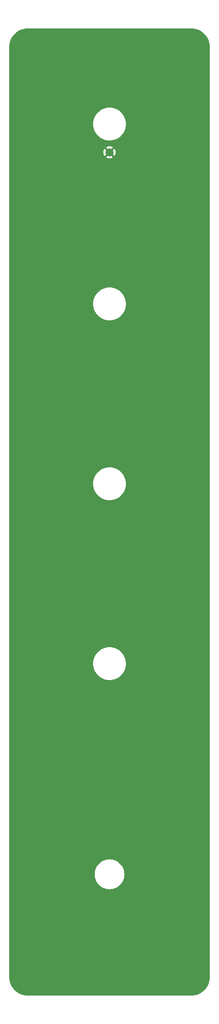
<source format=gtl>
G04 #@! TF.GenerationSoftware,KiCad,Pcbnew,6.0.5+dfsg-1~bpo11+1*
G04 #@! TF.CreationDate,2022-08-10T11:57:28+00:00*
G04 #@! TF.ProjectId,s_and_h_pcb_panel,735f616e-645f-4685-9f70-63625f70616e,0*
G04 #@! TF.SameCoordinates,Original*
G04 #@! TF.FileFunction,Copper,L1,Top*
G04 #@! TF.FilePolarity,Positive*
%FSLAX46Y46*%
G04 Gerber Fmt 4.6, Leading zero omitted, Abs format (unit mm)*
G04 Created by KiCad (PCBNEW 6.0.5+dfsg-1~bpo11+1) date 2022-08-10 11:57:28*
%MOMM*%
%LPD*%
G01*
G04 APERTURE LIST*
G04 #@! TA.AperFunction,ComponentPad*
%ADD10C,2.000000*%
G04 #@! TD*
G04 APERTURE END LIST*
D10*
X60325000Y-51435000D03*
G04 #@! TA.AperFunction,Conductor*
G36*
X80615018Y-20830000D02*
G01*
X80629851Y-20832310D01*
X80629855Y-20832310D01*
X80638724Y-20833691D01*
X80659183Y-20831016D01*
X80681008Y-20830072D01*
X81037937Y-20845656D01*
X81048886Y-20846614D01*
X81433379Y-20897233D01*
X81444205Y-20899142D01*
X81822822Y-20983080D01*
X81833439Y-20985925D01*
X82003702Y-21039608D01*
X82203302Y-21102542D01*
X82213615Y-21106295D01*
X82571932Y-21254715D01*
X82581876Y-21259353D01*
X82925867Y-21438423D01*
X82935387Y-21443919D01*
X83262468Y-21652292D01*
X83271472Y-21658597D01*
X83579138Y-21894678D01*
X83587558Y-21901743D01*
X83873483Y-22163744D01*
X83881256Y-22171517D01*
X84143257Y-22457442D01*
X84150322Y-22465862D01*
X84386403Y-22773528D01*
X84392708Y-22782532D01*
X84601081Y-23109613D01*
X84606577Y-23119133D01*
X84785643Y-23463115D01*
X84790289Y-23473077D01*
X84938702Y-23831377D01*
X84942461Y-23841706D01*
X85059075Y-24211561D01*
X85061920Y-24222178D01*
X85145858Y-24600795D01*
X85147767Y-24611621D01*
X85198386Y-24996114D01*
X85199344Y-25007064D01*
X85214603Y-25356552D01*
X85213223Y-25381429D01*
X85211309Y-25393724D01*
X85212473Y-25402626D01*
X85212473Y-25402628D01*
X85215436Y-25425283D01*
X85216500Y-25441621D01*
X85216500Y-255220633D01*
X85215000Y-255240018D01*
X85212690Y-255254851D01*
X85212690Y-255254855D01*
X85211309Y-255263724D01*
X85213984Y-255284183D01*
X85214928Y-255306012D01*
X85199344Y-255662936D01*
X85198386Y-255673886D01*
X85147767Y-256058379D01*
X85145858Y-256069205D01*
X85061920Y-256447822D01*
X85059075Y-256458439D01*
X84942461Y-256828294D01*
X84938702Y-256838623D01*
X84790289Y-257196923D01*
X84785643Y-257206885D01*
X84606577Y-257550867D01*
X84601081Y-257560387D01*
X84392708Y-257887468D01*
X84386403Y-257896472D01*
X84150322Y-258204138D01*
X84143257Y-258212558D01*
X83881256Y-258498483D01*
X83873483Y-258506256D01*
X83587558Y-258768257D01*
X83579138Y-258775322D01*
X83271472Y-259011403D01*
X83262468Y-259017708D01*
X82935387Y-259226081D01*
X82925868Y-259231576D01*
X82581876Y-259410647D01*
X82571932Y-259415285D01*
X82213615Y-259563705D01*
X82203302Y-259567458D01*
X82003702Y-259630392D01*
X81833439Y-259684075D01*
X81822822Y-259686920D01*
X81444205Y-259770858D01*
X81433379Y-259772767D01*
X81048886Y-259823386D01*
X81037937Y-259824344D01*
X80688446Y-259839603D01*
X80663571Y-259838223D01*
X80651276Y-259836309D01*
X80642374Y-259837473D01*
X80642372Y-259837473D01*
X80627323Y-259839441D01*
X80619714Y-259840436D01*
X80603379Y-259841500D01*
X40054367Y-259841500D01*
X40034982Y-259840000D01*
X40020149Y-259837690D01*
X40020145Y-259837690D01*
X40011276Y-259836309D01*
X39990817Y-259838984D01*
X39968992Y-259839928D01*
X39612063Y-259824344D01*
X39601114Y-259823386D01*
X39216621Y-259772767D01*
X39205795Y-259770858D01*
X38827178Y-259686920D01*
X38816561Y-259684075D01*
X38646298Y-259630392D01*
X38446698Y-259567458D01*
X38436385Y-259563705D01*
X38078068Y-259415285D01*
X38068124Y-259410647D01*
X37724132Y-259231576D01*
X37714613Y-259226081D01*
X37387532Y-259017708D01*
X37378528Y-259011403D01*
X37070862Y-258775322D01*
X37062442Y-258768257D01*
X36776517Y-258506256D01*
X36768744Y-258498483D01*
X36506743Y-258212558D01*
X36499678Y-258204138D01*
X36263597Y-257896472D01*
X36257292Y-257887468D01*
X36048919Y-257560387D01*
X36043423Y-257550867D01*
X35864357Y-257206885D01*
X35859711Y-257196923D01*
X35711298Y-256838623D01*
X35707539Y-256828294D01*
X35590925Y-256458439D01*
X35588080Y-256447822D01*
X35504142Y-256069205D01*
X35502233Y-256058379D01*
X35451614Y-255673886D01*
X35450656Y-255662936D01*
X35435561Y-255317208D01*
X35437188Y-255290805D01*
X35437769Y-255287352D01*
X35437770Y-255287345D01*
X35438576Y-255282552D01*
X35438729Y-255270000D01*
X35434773Y-255242376D01*
X35433500Y-255224514D01*
X35433500Y-229870000D01*
X56636445Y-229870000D01*
X56656651Y-230255559D01*
X56717049Y-230636894D01*
X56816976Y-231009826D01*
X56955337Y-231370270D01*
X57130618Y-231714277D01*
X57340896Y-232038078D01*
X57583869Y-232338125D01*
X57856875Y-232611131D01*
X58156922Y-232854104D01*
X58480722Y-233064382D01*
X58483656Y-233065877D01*
X58483663Y-233065881D01*
X58821790Y-233238165D01*
X58824730Y-233239663D01*
X59185174Y-233378024D01*
X59558106Y-233477951D01*
X59760643Y-233510030D01*
X59936193Y-233537835D01*
X59936201Y-233537836D01*
X59939441Y-233538349D01*
X60325000Y-233558555D01*
X60710559Y-233538349D01*
X60713799Y-233537836D01*
X60713807Y-233537835D01*
X60889357Y-233510030D01*
X61091894Y-233477951D01*
X61464826Y-233378024D01*
X61825270Y-233239663D01*
X61828210Y-233238165D01*
X62166337Y-233065881D01*
X62166344Y-233065877D01*
X62169278Y-233064382D01*
X62493078Y-232854104D01*
X62793125Y-232611131D01*
X63066131Y-232338125D01*
X63309104Y-232038078D01*
X63519382Y-231714277D01*
X63694663Y-231370270D01*
X63833024Y-231009826D01*
X63932951Y-230636894D01*
X63993349Y-230255559D01*
X64013555Y-229870000D01*
X63993349Y-229484441D01*
X63932951Y-229103106D01*
X63833024Y-228730174D01*
X63694663Y-228369730D01*
X63677858Y-228336748D01*
X63520881Y-228028664D01*
X63520877Y-228028657D01*
X63519382Y-228025723D01*
X63309104Y-227701922D01*
X63066131Y-227401875D01*
X62793125Y-227128869D01*
X62493078Y-226885896D01*
X62169278Y-226675618D01*
X62166344Y-226674123D01*
X62166337Y-226674119D01*
X61828210Y-226501835D01*
X61825270Y-226500337D01*
X61464826Y-226361976D01*
X61091894Y-226262049D01*
X60889357Y-226229970D01*
X60713807Y-226202165D01*
X60713799Y-226202164D01*
X60710559Y-226201651D01*
X60325000Y-226181445D01*
X59939441Y-226201651D01*
X59936201Y-226202164D01*
X59936193Y-226202165D01*
X59760643Y-226229970D01*
X59558106Y-226262049D01*
X59185174Y-226361976D01*
X58824730Y-226500337D01*
X58821790Y-226501835D01*
X58483664Y-226674119D01*
X58483657Y-226674123D01*
X58480723Y-226675618D01*
X58156922Y-226885896D01*
X57856875Y-227128869D01*
X57583869Y-227401875D01*
X57340896Y-227701922D01*
X57130618Y-228025723D01*
X57129123Y-228028657D01*
X57129119Y-228028664D01*
X56972142Y-228336748D01*
X56955337Y-228369730D01*
X56816976Y-228730174D01*
X56717049Y-229103106D01*
X56656651Y-229484441D01*
X56637908Y-229842077D01*
X56636445Y-229870000D01*
X35433500Y-229870000D01*
X35433500Y-177743266D01*
X56262001Y-177743266D01*
X56262109Y-177746356D01*
X56262499Y-177757534D01*
X56274347Y-178096798D01*
X56275856Y-178140016D01*
X56328361Y-178533521D01*
X56419014Y-178920023D01*
X56546951Y-179295835D01*
X56710950Y-179657369D01*
X56909446Y-180001174D01*
X56911235Y-180003672D01*
X56911237Y-180003676D01*
X57011353Y-180143516D01*
X57140544Y-180323969D01*
X57402038Y-180622671D01*
X57404286Y-180624782D01*
X57689178Y-180892314D01*
X57689185Y-180892320D01*
X57691433Y-180894431D01*
X57693883Y-180896318D01*
X57693888Y-180896322D01*
X58003522Y-181134773D01*
X58005965Y-181136654D01*
X58008564Y-181138278D01*
X58008574Y-181138285D01*
X58189998Y-181251650D01*
X58342634Y-181347027D01*
X58698224Y-181523544D01*
X59069342Y-181664518D01*
X59452446Y-181768605D01*
X59455489Y-181769120D01*
X59455495Y-181769121D01*
X59840837Y-181834297D01*
X59840844Y-181834298D01*
X59843878Y-181834811D01*
X59846949Y-181835026D01*
X59846951Y-181835026D01*
X60236837Y-181862290D01*
X60236845Y-181862290D01*
X60239903Y-181862504D01*
X60496170Y-181855346D01*
X60633666Y-181851505D01*
X60633669Y-181851505D01*
X60636740Y-181851419D01*
X60639793Y-181851033D01*
X60639797Y-181851033D01*
X60828315Y-181827218D01*
X61030601Y-181801663D01*
X61033605Y-181800981D01*
X61033608Y-181800980D01*
X61414731Y-181714391D01*
X61414737Y-181714389D01*
X61417727Y-181713710D01*
X61565604Y-181664518D01*
X61791499Y-181589373D01*
X61791505Y-181589371D01*
X61794423Y-181588400D01*
X61937633Y-181524639D01*
X62154294Y-181428176D01*
X62154300Y-181428173D01*
X62157094Y-181426929D01*
X62297747Y-181347027D01*
X62499603Y-181232357D01*
X62499611Y-181232352D01*
X62502276Y-181230838D01*
X62826676Y-181001999D01*
X63127197Y-180742596D01*
X63129318Y-180740369D01*
X63129324Y-180740363D01*
X63398853Y-180457329D01*
X63400970Y-180455106D01*
X63434237Y-180412527D01*
X63643472Y-180144717D01*
X63643474Y-180144714D01*
X63645382Y-180142272D01*
X63647038Y-180139662D01*
X63647044Y-180139654D01*
X63856447Y-179809688D01*
X63856451Y-179809681D01*
X63858101Y-179807081D01*
X63884390Y-179755039D01*
X63943043Y-179638925D01*
X64037096Y-179452732D01*
X64038203Y-179449878D01*
X64038207Y-179449869D01*
X64179543Y-179085483D01*
X64179546Y-179085474D01*
X64180658Y-179082607D01*
X64287417Y-178700239D01*
X64356354Y-178309278D01*
X64386811Y-177913457D01*
X64388395Y-177800000D01*
X64385772Y-177746356D01*
X64369152Y-177406552D01*
X64369002Y-177403482D01*
X64360220Y-177344012D01*
X64311458Y-177013795D01*
X64311457Y-177013791D01*
X64311008Y-177010749D01*
X64214967Y-176625550D01*
X64196728Y-176574327D01*
X64082828Y-176254460D01*
X64081796Y-176251561D01*
X63912765Y-175892352D01*
X63883015Y-175842445D01*
X63711068Y-175554003D01*
X63709488Y-175551352D01*
X63473906Y-175231815D01*
X63208266Y-174936793D01*
X62915105Y-174669100D01*
X62597222Y-174431293D01*
X62548370Y-174401707D01*
X62260277Y-174227231D01*
X62260268Y-174227226D01*
X62257649Y-174225640D01*
X61899629Y-174054106D01*
X61840229Y-174032486D01*
X61529475Y-173919381D01*
X61529474Y-173919381D01*
X61526579Y-173918327D01*
X61319688Y-173865206D01*
X61145043Y-173820365D01*
X61145040Y-173820364D01*
X61142059Y-173819599D01*
X60749740Y-173758865D01*
X60746683Y-173758694D01*
X60746682Y-173758694D01*
X60717924Y-173757086D01*
X60353368Y-173736704D01*
X60350290Y-173736833D01*
X60350286Y-173736833D01*
X60091983Y-173747659D01*
X59956724Y-173753328D01*
X59953680Y-173753756D01*
X59953678Y-173753756D01*
X59913989Y-173759334D01*
X59563596Y-173808579D01*
X59177735Y-173901928D01*
X58802825Y-174032486D01*
X58756035Y-174054106D01*
X58445242Y-174197712D01*
X58445232Y-174197717D01*
X58442445Y-174199005D01*
X58100034Y-174399896D01*
X58059018Y-174429696D01*
X57781342Y-174631439D01*
X57781336Y-174631444D01*
X57778861Y-174633242D01*
X57776575Y-174635271D01*
X57776572Y-174635274D01*
X57736134Y-174671177D01*
X57481991Y-174896815D01*
X57479901Y-174899072D01*
X57479899Y-174899074D01*
X57214354Y-175185837D01*
X57214349Y-175185843D01*
X57212259Y-175188100D01*
X57210399Y-175190550D01*
X57210396Y-175190554D01*
X57177202Y-175234286D01*
X56972238Y-175504316D01*
X56970627Y-175506934D01*
X56970624Y-175506939D01*
X56765834Y-175839821D01*
X56764220Y-175842445D01*
X56590190Y-176199258D01*
X56589119Y-176202139D01*
X56589116Y-176202145D01*
X56503146Y-176433313D01*
X56451810Y-176571352D01*
X56350400Y-176955173D01*
X56286928Y-177347058D01*
X56286734Y-177350138D01*
X56286734Y-177350140D01*
X56279762Y-177460967D01*
X56262001Y-177743266D01*
X35433500Y-177743266D01*
X35433500Y-133293266D01*
X56262001Y-133293266D01*
X56262109Y-133296356D01*
X56262499Y-133307534D01*
X56274347Y-133646798D01*
X56275856Y-133690016D01*
X56328361Y-134083521D01*
X56419014Y-134470023D01*
X56546951Y-134845835D01*
X56710950Y-135207369D01*
X56909446Y-135551174D01*
X56911235Y-135553672D01*
X56911237Y-135553676D01*
X57011353Y-135693516D01*
X57140544Y-135873969D01*
X57402038Y-136172671D01*
X57404286Y-136174782D01*
X57689178Y-136442314D01*
X57689185Y-136442320D01*
X57691433Y-136444431D01*
X57693883Y-136446318D01*
X57693888Y-136446322D01*
X58003522Y-136684773D01*
X58005965Y-136686654D01*
X58008564Y-136688278D01*
X58008574Y-136688285D01*
X58189998Y-136801650D01*
X58342634Y-136897027D01*
X58698224Y-137073544D01*
X59069342Y-137214518D01*
X59452446Y-137318605D01*
X59455489Y-137319120D01*
X59455495Y-137319121D01*
X59840837Y-137384297D01*
X59840844Y-137384298D01*
X59843878Y-137384811D01*
X59846949Y-137385026D01*
X59846951Y-137385026D01*
X60236837Y-137412290D01*
X60236845Y-137412290D01*
X60239903Y-137412504D01*
X60496170Y-137405346D01*
X60633666Y-137401505D01*
X60633669Y-137401505D01*
X60636740Y-137401419D01*
X60639793Y-137401033D01*
X60639797Y-137401033D01*
X60828315Y-137377218D01*
X61030601Y-137351663D01*
X61033605Y-137350981D01*
X61033608Y-137350980D01*
X61414731Y-137264391D01*
X61414737Y-137264389D01*
X61417727Y-137263710D01*
X61565604Y-137214518D01*
X61791499Y-137139373D01*
X61791505Y-137139371D01*
X61794423Y-137138400D01*
X61937633Y-137074639D01*
X62154294Y-136978176D01*
X62154300Y-136978173D01*
X62157094Y-136976929D01*
X62297747Y-136897027D01*
X62499603Y-136782357D01*
X62499611Y-136782352D01*
X62502276Y-136780838D01*
X62826676Y-136551999D01*
X63127197Y-136292596D01*
X63129318Y-136290369D01*
X63129324Y-136290363D01*
X63398853Y-136007329D01*
X63400970Y-136005106D01*
X63434237Y-135962527D01*
X63643472Y-135694717D01*
X63643474Y-135694714D01*
X63645382Y-135692272D01*
X63647038Y-135689662D01*
X63647044Y-135689654D01*
X63856447Y-135359688D01*
X63856451Y-135359681D01*
X63858101Y-135357081D01*
X63884390Y-135305039D01*
X63943043Y-135188925D01*
X64037096Y-135002732D01*
X64038203Y-134999878D01*
X64038207Y-134999869D01*
X64179543Y-134635483D01*
X64179546Y-134635474D01*
X64180658Y-134632607D01*
X64287417Y-134250239D01*
X64356354Y-133859278D01*
X64386811Y-133463457D01*
X64388395Y-133350000D01*
X64385772Y-133296356D01*
X64369152Y-132956552D01*
X64369002Y-132953482D01*
X64360220Y-132894012D01*
X64311458Y-132563795D01*
X64311457Y-132563791D01*
X64311008Y-132560749D01*
X64214967Y-132175550D01*
X64196728Y-132124327D01*
X64082828Y-131804460D01*
X64081796Y-131801561D01*
X63912765Y-131442352D01*
X63883015Y-131392445D01*
X63711068Y-131104003D01*
X63709488Y-131101352D01*
X63473906Y-130781815D01*
X63208266Y-130486793D01*
X62915105Y-130219100D01*
X62597222Y-129981293D01*
X62548370Y-129951707D01*
X62260277Y-129777231D01*
X62260268Y-129777226D01*
X62257649Y-129775640D01*
X61899629Y-129604106D01*
X61840229Y-129582486D01*
X61529475Y-129469381D01*
X61529474Y-129469381D01*
X61526579Y-129468327D01*
X61319688Y-129415206D01*
X61145043Y-129370365D01*
X61145040Y-129370364D01*
X61142059Y-129369599D01*
X60749740Y-129308865D01*
X60746683Y-129308694D01*
X60746682Y-129308694D01*
X60717924Y-129307086D01*
X60353368Y-129286704D01*
X60350290Y-129286833D01*
X60350286Y-129286833D01*
X60091983Y-129297659D01*
X59956724Y-129303328D01*
X59953680Y-129303756D01*
X59953678Y-129303756D01*
X59913989Y-129309334D01*
X59563596Y-129358579D01*
X59177735Y-129451928D01*
X58802825Y-129582486D01*
X58756035Y-129604106D01*
X58445242Y-129747712D01*
X58445232Y-129747717D01*
X58442445Y-129749005D01*
X58100034Y-129949896D01*
X58059018Y-129979696D01*
X57781342Y-130181439D01*
X57781336Y-130181444D01*
X57778861Y-130183242D01*
X57776575Y-130185271D01*
X57776572Y-130185274D01*
X57736134Y-130221177D01*
X57481991Y-130446815D01*
X57479901Y-130449072D01*
X57479899Y-130449074D01*
X57214354Y-130735837D01*
X57214349Y-130735843D01*
X57212259Y-130738100D01*
X57210399Y-130740550D01*
X57210396Y-130740554D01*
X57177202Y-130784286D01*
X56972238Y-131054316D01*
X56970627Y-131056934D01*
X56970624Y-131056939D01*
X56765834Y-131389821D01*
X56764220Y-131392445D01*
X56590190Y-131749258D01*
X56589119Y-131752139D01*
X56589116Y-131752145D01*
X56503146Y-131983313D01*
X56451810Y-132121352D01*
X56350400Y-132505173D01*
X56286928Y-132897058D01*
X56286734Y-132900138D01*
X56286734Y-132900140D01*
X56279762Y-133010967D01*
X56262001Y-133293266D01*
X35433500Y-133293266D01*
X35433500Y-88843266D01*
X56262001Y-88843266D01*
X56262109Y-88846356D01*
X56262499Y-88857534D01*
X56274347Y-89196798D01*
X56275856Y-89240016D01*
X56328361Y-89633521D01*
X56419014Y-90020023D01*
X56546951Y-90395835D01*
X56710950Y-90757369D01*
X56909446Y-91101174D01*
X56911235Y-91103672D01*
X56911237Y-91103676D01*
X57011353Y-91243516D01*
X57140544Y-91423969D01*
X57402038Y-91722671D01*
X57404286Y-91724782D01*
X57689178Y-91992314D01*
X57689185Y-91992320D01*
X57691433Y-91994431D01*
X57693883Y-91996318D01*
X57693888Y-91996322D01*
X58003522Y-92234773D01*
X58005965Y-92236654D01*
X58008564Y-92238278D01*
X58008574Y-92238285D01*
X58189998Y-92351650D01*
X58342634Y-92447027D01*
X58698224Y-92623544D01*
X59069342Y-92764518D01*
X59452446Y-92868605D01*
X59455489Y-92869120D01*
X59455495Y-92869121D01*
X59840837Y-92934297D01*
X59840844Y-92934298D01*
X59843878Y-92934811D01*
X59846949Y-92935026D01*
X59846951Y-92935026D01*
X60236837Y-92962290D01*
X60236845Y-92962290D01*
X60239903Y-92962504D01*
X60496170Y-92955346D01*
X60633666Y-92951505D01*
X60633669Y-92951505D01*
X60636740Y-92951419D01*
X60639793Y-92951033D01*
X60639797Y-92951033D01*
X60828315Y-92927218D01*
X61030601Y-92901663D01*
X61033605Y-92900981D01*
X61033608Y-92900980D01*
X61414731Y-92814391D01*
X61414737Y-92814389D01*
X61417727Y-92813710D01*
X61565604Y-92764518D01*
X61791499Y-92689373D01*
X61791505Y-92689371D01*
X61794423Y-92688400D01*
X61937633Y-92624639D01*
X62154294Y-92528176D01*
X62154300Y-92528173D01*
X62157094Y-92526929D01*
X62297747Y-92447027D01*
X62499603Y-92332357D01*
X62499611Y-92332352D01*
X62502276Y-92330838D01*
X62826676Y-92101999D01*
X63127197Y-91842596D01*
X63129318Y-91840369D01*
X63129324Y-91840363D01*
X63398853Y-91557329D01*
X63400970Y-91555106D01*
X63434237Y-91512527D01*
X63643472Y-91244717D01*
X63643474Y-91244714D01*
X63645382Y-91242272D01*
X63647038Y-91239662D01*
X63647044Y-91239654D01*
X63856447Y-90909688D01*
X63856451Y-90909681D01*
X63858101Y-90907081D01*
X63884390Y-90855039D01*
X63943043Y-90738925D01*
X64037096Y-90552732D01*
X64038203Y-90549878D01*
X64038207Y-90549869D01*
X64179543Y-90185483D01*
X64179546Y-90185474D01*
X64180658Y-90182607D01*
X64287417Y-89800239D01*
X64356354Y-89409278D01*
X64386811Y-89013457D01*
X64388395Y-88900000D01*
X64385772Y-88846356D01*
X64369152Y-88506552D01*
X64369002Y-88503482D01*
X64360220Y-88444012D01*
X64311458Y-88113795D01*
X64311457Y-88113791D01*
X64311008Y-88110749D01*
X64214967Y-87725550D01*
X64196728Y-87674327D01*
X64082828Y-87354460D01*
X64081796Y-87351561D01*
X63912765Y-86992352D01*
X63883015Y-86942445D01*
X63711068Y-86654003D01*
X63709488Y-86651352D01*
X63473906Y-86331815D01*
X63208266Y-86036793D01*
X62915105Y-85769100D01*
X62597222Y-85531293D01*
X62548370Y-85501707D01*
X62260277Y-85327231D01*
X62260268Y-85327226D01*
X62257649Y-85325640D01*
X61899629Y-85154106D01*
X61840229Y-85132486D01*
X61529475Y-85019381D01*
X61529474Y-85019381D01*
X61526579Y-85018327D01*
X61319688Y-84965206D01*
X61145043Y-84920365D01*
X61145040Y-84920364D01*
X61142059Y-84919599D01*
X60749740Y-84858865D01*
X60746683Y-84858694D01*
X60746682Y-84858694D01*
X60717924Y-84857086D01*
X60353368Y-84836704D01*
X60350290Y-84836833D01*
X60350286Y-84836833D01*
X60091983Y-84847659D01*
X59956724Y-84853328D01*
X59953680Y-84853756D01*
X59953678Y-84853756D01*
X59913989Y-84859334D01*
X59563596Y-84908579D01*
X59177735Y-85001928D01*
X58802825Y-85132486D01*
X58756035Y-85154106D01*
X58445242Y-85297712D01*
X58445232Y-85297717D01*
X58442445Y-85299005D01*
X58100034Y-85499896D01*
X58059018Y-85529696D01*
X57781342Y-85731439D01*
X57781336Y-85731444D01*
X57778861Y-85733242D01*
X57776575Y-85735271D01*
X57776572Y-85735274D01*
X57736134Y-85771177D01*
X57481991Y-85996815D01*
X57479901Y-85999072D01*
X57479899Y-85999074D01*
X57214354Y-86285837D01*
X57214349Y-86285843D01*
X57212259Y-86288100D01*
X57210399Y-86290550D01*
X57210396Y-86290554D01*
X57177202Y-86334286D01*
X56972238Y-86604316D01*
X56970627Y-86606934D01*
X56970624Y-86606939D01*
X56765834Y-86939821D01*
X56764220Y-86942445D01*
X56590190Y-87299258D01*
X56589119Y-87302139D01*
X56589116Y-87302145D01*
X56503146Y-87533313D01*
X56451810Y-87671352D01*
X56350400Y-88055173D01*
X56286928Y-88447058D01*
X56286734Y-88450138D01*
X56286734Y-88450140D01*
X56279762Y-88560967D01*
X56262001Y-88843266D01*
X35433500Y-88843266D01*
X35433500Y-52667670D01*
X59457160Y-52667670D01*
X59462887Y-52675320D01*
X59634042Y-52780205D01*
X59642837Y-52784687D01*
X59852988Y-52871734D01*
X59862373Y-52874783D01*
X60083554Y-52927885D01*
X60093301Y-52929428D01*
X60320070Y-52947275D01*
X60329930Y-52947275D01*
X60556699Y-52929428D01*
X60566446Y-52927885D01*
X60787627Y-52874783D01*
X60797012Y-52871734D01*
X61007163Y-52784687D01*
X61015958Y-52780205D01*
X61183445Y-52677568D01*
X61192907Y-52667110D01*
X61189124Y-52658334D01*
X60337812Y-51807022D01*
X60323868Y-51799408D01*
X60322035Y-51799539D01*
X60315420Y-51803790D01*
X59463920Y-52655290D01*
X59457160Y-52667670D01*
X35433500Y-52667670D01*
X35433500Y-51439930D01*
X58812725Y-51439930D01*
X58830572Y-51666699D01*
X58832115Y-51676446D01*
X58885217Y-51897627D01*
X58888266Y-51907012D01*
X58975313Y-52117163D01*
X58979795Y-52125958D01*
X59082432Y-52293445D01*
X59092890Y-52302907D01*
X59101666Y-52299124D01*
X59952978Y-51447812D01*
X59959356Y-51436132D01*
X60689408Y-51436132D01*
X60689539Y-51437965D01*
X60693790Y-51444580D01*
X61545290Y-52296080D01*
X61557670Y-52302840D01*
X61565320Y-52297113D01*
X61670205Y-52125958D01*
X61674687Y-52117163D01*
X61761734Y-51907012D01*
X61764783Y-51897627D01*
X61817885Y-51676446D01*
X61819428Y-51666699D01*
X61837275Y-51439930D01*
X61837275Y-51430070D01*
X61819428Y-51203301D01*
X61817885Y-51193554D01*
X61764783Y-50972373D01*
X61761734Y-50962988D01*
X61674687Y-50752837D01*
X61670205Y-50744042D01*
X61567568Y-50576555D01*
X61557110Y-50567093D01*
X61548334Y-50570876D01*
X60697022Y-51422188D01*
X60689408Y-51436132D01*
X59959356Y-51436132D01*
X59960592Y-51433868D01*
X59960461Y-51432035D01*
X59956210Y-51425420D01*
X59104710Y-50573920D01*
X59092330Y-50567160D01*
X59084680Y-50572887D01*
X58979795Y-50744042D01*
X58975313Y-50752837D01*
X58888266Y-50962988D01*
X58885217Y-50972373D01*
X58832115Y-51193554D01*
X58830572Y-51203301D01*
X58812725Y-51430070D01*
X58812725Y-51439930D01*
X35433500Y-51439930D01*
X35433500Y-50202890D01*
X59457093Y-50202890D01*
X59460876Y-50211666D01*
X60312188Y-51062978D01*
X60326132Y-51070592D01*
X60327965Y-51070461D01*
X60334580Y-51066210D01*
X61186080Y-50214710D01*
X61192840Y-50202330D01*
X61187113Y-50194680D01*
X61015958Y-50089795D01*
X61007163Y-50085313D01*
X60797012Y-49998266D01*
X60787627Y-49995217D01*
X60566446Y-49942115D01*
X60556699Y-49940572D01*
X60329930Y-49922725D01*
X60320070Y-49922725D01*
X60093301Y-49940572D01*
X60083554Y-49942115D01*
X59862373Y-49995217D01*
X59852988Y-49998266D01*
X59642837Y-50085313D01*
X59634042Y-50089795D01*
X59466555Y-50192432D01*
X59457093Y-50202890D01*
X35433500Y-50202890D01*
X35433500Y-44393266D01*
X56262001Y-44393266D01*
X56262109Y-44396356D01*
X56262499Y-44407534D01*
X56274347Y-44746798D01*
X56275856Y-44790016D01*
X56328361Y-45183521D01*
X56419014Y-45570023D01*
X56546951Y-45945835D01*
X56710950Y-46307369D01*
X56909446Y-46651174D01*
X56911235Y-46653672D01*
X56911237Y-46653676D01*
X57011353Y-46793516D01*
X57140544Y-46973969D01*
X57402038Y-47272671D01*
X57404286Y-47274782D01*
X57689178Y-47542314D01*
X57689185Y-47542320D01*
X57691433Y-47544431D01*
X57693883Y-47546318D01*
X57693888Y-47546322D01*
X58003522Y-47784773D01*
X58005965Y-47786654D01*
X58008564Y-47788278D01*
X58008574Y-47788285D01*
X58189998Y-47901650D01*
X58342634Y-47997027D01*
X58698224Y-48173544D01*
X59069342Y-48314518D01*
X59452446Y-48418605D01*
X59455489Y-48419120D01*
X59455495Y-48419121D01*
X59840837Y-48484297D01*
X59840844Y-48484298D01*
X59843878Y-48484811D01*
X59846949Y-48485026D01*
X59846951Y-48485026D01*
X60236837Y-48512290D01*
X60236845Y-48512290D01*
X60239903Y-48512504D01*
X60496170Y-48505346D01*
X60633666Y-48501505D01*
X60633669Y-48501505D01*
X60636740Y-48501419D01*
X60639793Y-48501033D01*
X60639797Y-48501033D01*
X60828315Y-48477218D01*
X61030601Y-48451663D01*
X61033605Y-48450981D01*
X61033608Y-48450980D01*
X61414731Y-48364391D01*
X61414737Y-48364389D01*
X61417727Y-48363710D01*
X61565604Y-48314518D01*
X61791499Y-48239373D01*
X61791505Y-48239371D01*
X61794423Y-48238400D01*
X61937633Y-48174639D01*
X62154294Y-48078176D01*
X62154300Y-48078173D01*
X62157094Y-48076929D01*
X62297747Y-47997027D01*
X62499603Y-47882357D01*
X62499611Y-47882352D01*
X62502276Y-47880838D01*
X62826676Y-47651999D01*
X63127197Y-47392596D01*
X63129318Y-47390369D01*
X63129324Y-47390363D01*
X63398853Y-47107329D01*
X63400970Y-47105106D01*
X63434237Y-47062527D01*
X63643472Y-46794717D01*
X63643474Y-46794714D01*
X63645382Y-46792272D01*
X63647038Y-46789662D01*
X63647044Y-46789654D01*
X63856447Y-46459688D01*
X63856451Y-46459681D01*
X63858101Y-46457081D01*
X63884390Y-46405039D01*
X63943043Y-46288925D01*
X64037096Y-46102732D01*
X64038203Y-46099878D01*
X64038207Y-46099869D01*
X64179543Y-45735483D01*
X64179546Y-45735474D01*
X64180658Y-45732607D01*
X64287417Y-45350239D01*
X64356354Y-44959278D01*
X64386811Y-44563457D01*
X64388395Y-44450000D01*
X64385772Y-44396356D01*
X64369152Y-44056552D01*
X64369002Y-44053482D01*
X64360220Y-43994012D01*
X64311458Y-43663795D01*
X64311457Y-43663791D01*
X64311008Y-43660749D01*
X64214967Y-43275550D01*
X64196728Y-43224327D01*
X64082828Y-42904460D01*
X64081796Y-42901561D01*
X63912765Y-42542352D01*
X63883015Y-42492445D01*
X63711068Y-42204003D01*
X63709488Y-42201352D01*
X63473906Y-41881815D01*
X63208266Y-41586793D01*
X62915105Y-41319100D01*
X62597222Y-41081293D01*
X62548370Y-41051707D01*
X62260277Y-40877231D01*
X62260268Y-40877226D01*
X62257649Y-40875640D01*
X61899629Y-40704106D01*
X61840229Y-40682486D01*
X61529475Y-40569381D01*
X61529474Y-40569381D01*
X61526579Y-40568327D01*
X61319688Y-40515206D01*
X61145043Y-40470365D01*
X61145040Y-40470364D01*
X61142059Y-40469599D01*
X60749740Y-40408865D01*
X60746683Y-40408694D01*
X60746682Y-40408694D01*
X60717924Y-40407086D01*
X60353368Y-40386704D01*
X60350290Y-40386833D01*
X60350286Y-40386833D01*
X60091983Y-40397659D01*
X59956724Y-40403328D01*
X59953680Y-40403756D01*
X59953678Y-40403756D01*
X59913989Y-40409334D01*
X59563596Y-40458579D01*
X59177735Y-40551928D01*
X58802825Y-40682486D01*
X58756035Y-40704106D01*
X58445242Y-40847712D01*
X58445232Y-40847717D01*
X58442445Y-40849005D01*
X58100034Y-41049896D01*
X58059018Y-41079696D01*
X57781342Y-41281439D01*
X57781336Y-41281444D01*
X57778861Y-41283242D01*
X57776575Y-41285271D01*
X57776572Y-41285274D01*
X57736134Y-41321177D01*
X57481991Y-41546815D01*
X57479901Y-41549072D01*
X57479899Y-41549074D01*
X57214354Y-41835837D01*
X57214349Y-41835843D01*
X57212259Y-41838100D01*
X57210399Y-41840550D01*
X57210396Y-41840554D01*
X57177202Y-41884286D01*
X56972238Y-42154316D01*
X56970627Y-42156934D01*
X56970624Y-42156939D01*
X56765834Y-42489821D01*
X56764220Y-42492445D01*
X56590190Y-42849258D01*
X56589119Y-42852139D01*
X56589116Y-42852145D01*
X56503146Y-43083313D01*
X56451810Y-43221352D01*
X56350400Y-43605173D01*
X56286928Y-43997058D01*
X56286734Y-44000138D01*
X56286734Y-44000140D01*
X56279762Y-44110967D01*
X56262001Y-44393266D01*
X35433500Y-44393266D01*
X35433500Y-25453250D01*
X35435246Y-25432345D01*
X35437770Y-25417344D01*
X35437770Y-25417341D01*
X35438576Y-25412552D01*
X35438729Y-25400000D01*
X35438039Y-25395184D01*
X35438039Y-25395178D01*
X35436387Y-25383644D01*
X35435234Y-25360284D01*
X35450656Y-25007064D01*
X35451614Y-24996114D01*
X35502233Y-24611621D01*
X35504142Y-24600795D01*
X35588080Y-24222178D01*
X35590925Y-24211561D01*
X35707539Y-23841706D01*
X35711298Y-23831377D01*
X35859711Y-23473077D01*
X35864357Y-23463115D01*
X36043423Y-23119133D01*
X36048919Y-23109613D01*
X36257292Y-22782532D01*
X36263597Y-22773528D01*
X36499678Y-22465862D01*
X36506743Y-22457442D01*
X36768744Y-22171517D01*
X36776517Y-22163744D01*
X37062442Y-21901743D01*
X37070862Y-21894678D01*
X37378528Y-21658597D01*
X37387532Y-21652292D01*
X37714613Y-21443919D01*
X37724133Y-21438423D01*
X38068124Y-21259353D01*
X38078068Y-21254715D01*
X38436385Y-21106295D01*
X38446698Y-21102542D01*
X38646298Y-21039608D01*
X38816561Y-20985925D01*
X38827178Y-20983080D01*
X39205795Y-20899142D01*
X39216621Y-20897233D01*
X39601114Y-20846614D01*
X39612063Y-20845656D01*
X39961554Y-20830397D01*
X39986429Y-20831777D01*
X39998724Y-20833691D01*
X40007626Y-20832527D01*
X40007628Y-20832527D01*
X40026399Y-20830072D01*
X40030286Y-20829564D01*
X40046621Y-20828500D01*
X80595633Y-20828500D01*
X80615018Y-20830000D01*
G37*
G04 #@! TD.AperFunction*
M02*

</source>
